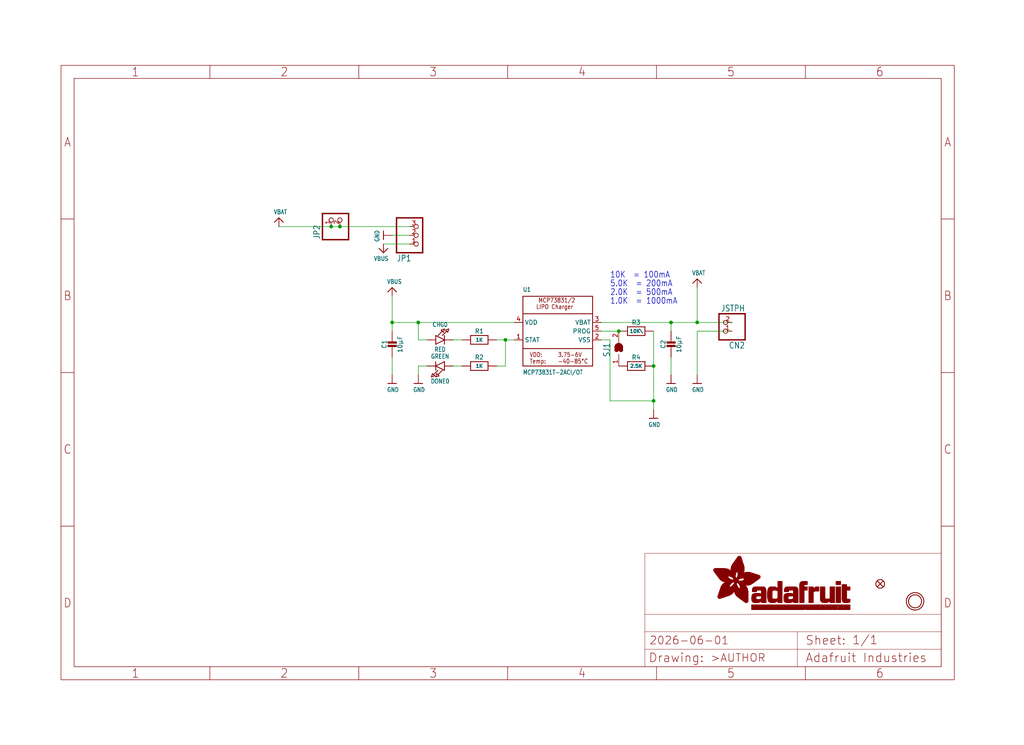
<source format=kicad_sch>
(kicad_sch (version 20230121) (generator eeschema)
  (paper "User" 298.45 217.17)
  (lib_symbols
    (symbol "Adafruit protrinket backpack-eagle-import:CAP_CERAMIC0805-NOOUTLINE"
      (property "Reference" "C" (at -2.29 1.25 90))
      (symbol "CAP_CERAMIC0805-NOOUTLINE_1_0"
        (pin passive line (at 0 5.08 270) (length 2.54) (name "1") (number "1"))
        (pin passive line (at 0 -2.54 90) (length 2.54) (name "2") (number "2"))
      )
    )
    (symbol "Adafruit protrinket backpack-eagle-import:FIDUCIAL{dblquote}{dblquote}")
    (symbol "Adafruit protrinket backpack-eagle-import:FRAME_A4_ADAFRUIT"
      (symbol "FRAME_A4_ADAFRUIT_1_0"
        (text "${#}/${##}" (at 230.505 10.16 0) (effects (font (size 2.54 2.54)) (justify left bottom)))
        (text "${CURRENT_DATE}" (at 171.45 10.16 0) (effects (font (size 2.286 2.286)) (justify left bottom)))
        (text "${PROJECTNAME}" (at 171.45 15.24 0) (effects (font (size 2.54 2.54)) (justify left bottom)))
        (text "1" (at 21.6958 1.905 0) (effects (font (size 2.54 2.286))))
        (text "1" (at 21.6958 177.165 0) (effects (font (size 2.54 2.286))))
        (text "2" (at 65.0875 1.905 0) (effects (font (size 2.54 2.286))))
        (text "2" (at 65.0875 177.165 0) (effects (font (size 2.54 2.286))))
        (text "3" (at 108.4792 1.905 0) (effects (font (size 2.54 2.286))))
        (text "3" (at 108.4792 177.165 0) (effects (font (size 2.54 2.286))))
        (text "4" (at 151.8708 1.905 0) (effects (font (size 2.54 2.286))))
        (text "4" (at 151.8708 177.165 0) (effects (font (size 2.54 2.286))))
        (text "5" (at 195.2625 1.905 0) (effects (font (size 2.54 2.286))))
        (text "5" (at 195.2625 177.165 0) (effects (font (size 2.54 2.286))))
        (text "6" (at 238.6542 1.905 0) (effects (font (size 2.54 2.286))))
        (text "6" (at 238.6542 177.165 0) (effects (font (size 2.54 2.286))))
        (text ">AUTHOR" (at 189.23 5.08 0) (effects (font (size 2.286 2.286)) (justify left bottom)))
        (text "A" (at 1.905 156.6863 0) (effects (font (size 2.54 2.286))))
        (text "A" (at 258.445 156.6863 0) (effects (font (size 2.54 2.286))))
        (text "Adafruit Industries" (at 216.916 4.953 0) (effects (font (size 2.54 2.54)) (justify left bottom)))
        (text "B" (at 1.905 111.9188 0) (effects (font (size 2.54 2.286))))
        (text "B" (at 258.445 111.9188 0) (effects (font (size 2.54 2.286))))
        (text "C" (at 1.905 67.1513 0) (effects (font (size 2.54 2.286))))
        (text "C" (at 258.445 67.1513 0) (effects (font (size 2.54 2.286))))
        (text "D" (at 1.905 22.3838 0) (effects (font (size 2.54 2.286))))
        (text "D" (at 258.445 22.3838 0) (effects (font (size 2.54 2.286))))
        (text "Drawing:" (at 171.196 4.953 0) (effects (font (size 2.54 2.54)) (justify left bottom)))
        (text "Sheet:" (at 216.916 10.033 0) (effects (font (size 2.54 2.54)) (justify left bottom)))
      )
    )
    (symbol "Adafruit protrinket backpack-eagle-import:GND" (power)
      (property "Value" "GND" (at -1.524 -2.54 0))
      (symbol "GND_1_0"
        (pin power_in line (at 0 2.54 270) (length 2.54) (name "GND") (number "1"))
      )
    )
    (symbol "Adafruit protrinket backpack-eagle-import:HEADER-1X2ROUND"
      (property "Reference" "JP" (at -6.35 5.715 0))
      (symbol "HEADER-1X2ROUND_1_0"
        (pin passive inverted (at -2.54 2.54 0) (length 2.54) (name "1") (number "1"))
        (pin passive inverted (at -2.54 0 0) (length 2.54) (name "2") (number "2"))
      )
    )
    (symbol "Adafruit protrinket backpack-eagle-import:HEADER-1X376MIL"
      (property "Reference" "JP" (at -6.35 5.715 0))
      (symbol "HEADER-1X376MIL_1_0"
        (pin passive inverted (at -2.54 2.54 0) (length 2.54) (name "1") (number "1"))
        (pin passive inverted (at -2.54 0 0) (length 2.54) (name "2") (number "2"))
        (pin passive inverted (at -2.54 -2.54 0) (length 2.54) (name "3") (number "3"))
      )
    )
    (symbol "Adafruit protrinket backpack-eagle-import:JST_2PIN"
      (property "Reference" "CN" (at -6.35 5.715 0))
      (symbol "JST_2PIN_1_0"
        (pin passive inverted (at -2.54 2.54 0) (length 2.54) (name "1") (number "1"))
        (pin passive inverted (at -2.54 0 0) (length 2.54) (name "2") (number "2"))
      )
    )
    (symbol "Adafruit protrinket backpack-eagle-import:LED0805_NOOUTLINE"
      (property "Reference" "D" (at -1.27 4.445 0))
      (symbol "LED0805_NOOUTLINE_1_0"
        (pin passive line (at -5.08 0 0) (length 2.54) (name "A") (number "A"))
        (pin passive line (at 2.54 0 180) (length 2.54) (name "C") (number "C"))
      )
    )
    (symbol "Adafruit protrinket backpack-eagle-import:MCP73831/2"
      (property "Reference" "U" (at -10.16 11.43 0))
      (symbol "MCP73831/2_1_0"
        (text "-40-85°C" (at 0 -9.525 0) (effects (font (size 1.27 1.0795)) (justify left bottom)))
        (text "3.75-6V" (at 0 -7.62 0) (effects (font (size 1.27 1.0795)) (justify left bottom)))
        (text "LIPO Charger" (at -6.35 6.35 0) (effects (font (size 1.27 1.0795)) (justify left bottom)))
        (text "MCP73831/2" (at -5.715 8.255 0) (effects (font (size 1.27 1.0795)) (justify left bottom)))
        (text "Temp:" (at -8.255 -9.525 0) (effects (font (size 1.27 1.0795)) (justify left bottom)))
        (text "VDD:" (at -8.255 -7.62 0) (effects (font (size 1.27 1.0795)) (justify left bottom)))
        (pin output line (at -12.7 -2.54 0) (length 2.54) (name "STAT") (number "1"))
        (pin power_in line (at 12.7 -2.54 180) (length 2.54) (name "VSS") (number "2"))
        (pin power_in line (at 12.7 2.54 180) (length 2.54) (name "VBAT") (number "3"))
        (pin power_in line (at -12.7 2.54 0) (length 2.54) (name "VDD") (number "4"))
        (pin input line (at 12.7 0 180) (length 2.54) (name "PROG") (number "5"))
      )
    )
    (symbol "Adafruit protrinket backpack-eagle-import:MOUNTINGHOLE2.5")
    (symbol "Adafruit protrinket backpack-eagle-import:RESISTOR0805_NOOUTLINE"
      (property "Reference" "R" (at 0 2.54 0))
      (symbol "RESISTOR0805_NOOUTLINE_1_0"
        (pin passive line (at -5.08 0 0) (length 2.54) (name "1") (number "1"))
        (pin passive line (at 5.08 0 180) (length 2.54) (name "2") (number "2"))
      )
    )
    (symbol "Adafruit protrinket backpack-eagle-import:RESISTOR_0805MP"
      (property "Reference" "R" (at 0 2.54 0))
      (symbol "RESISTOR_0805MP_1_0"
        (pin passive line (at -5.08 0 0) (length 2.54) (name "1") (number "1"))
        (pin passive line (at 5.08 0 180) (length 2.54) (name "2") (number "2"))
      )
    )
    (symbol "Adafruit protrinket backpack-eagle-import:SOLDERJUMPER"
      (property "Reference" "SJ" (at -2.54 2.54 0))
      (symbol "SOLDERJUMPER_1_0"
        (pin passive line (at -5.08 0 0) (length 2.54) (name "1") (number "1"))
        (pin passive line (at 5.08 0 180) (length 2.54) (name "2") (number "2"))
      )
    )
    (symbol "Adafruit protrinket backpack-eagle-import:VBAT" (power)
      (property "Value" "VBAT" (at -1.524 1.016 0))
      (symbol "VBAT_1_0"
        (pin power_in line (at 0 -2.54 90) (length 2.54) (name "VBAT") (number "1"))
      )
    )
    (symbol "Adafruit protrinket backpack-eagle-import:VBUS" (power)
      (property "Value" "VBUS" (at -1.524 1.016 0))
      (symbol "VBUS_1_0"
        (pin power_in line (at 0 -2.54 90) (length 2.54) (name "VBUS") (number "1"))
      )
    )
  )
  (junction (at 114.3 93.98))
  (junction (at 180.34 96.52))
  (junction (at 96.52 66.04))
  (junction (at 190.5 116.84))
  (junction (at 190.5 106.68))
  (junction (at 121.92 93.98))
  (junction (at 203.2 93.98))
  (junction (at 99.06 66.04))
  (junction (at 195.58 93.98))
  (junction (at 147.32 99.06))
  (wire (pts (xy 114.3 86.36) (xy 114.3 93.98)) (stroke (width 0.1524)))
  (wire (pts (xy 99.06 66.04) (xy 96.52 66.04)) (stroke (width 0.1524)))
  (wire (pts (xy 203.2 93.98) (xy 213.36 93.98)) (stroke (width 0.1524)))
  (wire (pts (xy 177.8 99.06) (xy 177.8 116.84)) (stroke (width 0.1524)))
  (wire (pts (xy 121.92 93.98) (xy 149.86 93.98)) (stroke (width 0.1524)))
  (wire (pts (xy 175.26 99.06) (xy 177.8 99.06)) (stroke (width 0.1524)))
  (wire (pts (xy 114.3 104.14) (xy 114.3 109.22)) (stroke (width 0.1524)))
  (wire (pts (xy 119.38 68.58) (xy 114.3 68.58)) (stroke (width 0.1524)))
  (wire (pts (xy 203.2 96.52) (xy 213.36 96.52)) (stroke (width 0.1524)))
  (wire (pts (xy 195.58 96.52) (xy 195.58 93.98)) (stroke (width 0.1524)))
  (wire (pts (xy 121.92 99.06) (xy 121.92 93.98)) (stroke (width 0.1524)))
  (wire (pts (xy 96.52 66.04) (xy 81.28 66.04)) (stroke (width 0.1524)))
  (wire (pts (xy 177.8 116.84) (xy 190.5 116.84)) (stroke (width 0.1524)))
  (wire (pts (xy 124.46 106.68) (xy 121.92 106.68)) (stroke (width 0.1524)))
  (wire (pts (xy 203.2 96.52) (xy 203.2 109.22)) (stroke (width 0.1524)))
  (wire (pts (xy 114.3 96.52) (xy 114.3 93.98)) (stroke (width 0.1524)))
  (wire (pts (xy 121.92 106.68) (xy 121.92 109.22)) (stroke (width 0.1524)))
  (wire (pts (xy 195.58 93.98) (xy 175.26 93.98)) (stroke (width 0.1524)))
  (wire (pts (xy 195.58 93.98) (xy 203.2 93.98)) (stroke (width 0.1524)))
  (wire (pts (xy 147.32 106.68) (xy 147.32 99.06)) (stroke (width 0.1524)))
  (wire (pts (xy 175.26 96.52) (xy 180.34 96.52)) (stroke (width 0.1524)))
  (wire (pts (xy 203.2 83.82) (xy 203.2 93.98)) (stroke (width 0.1524)))
  (wire (pts (xy 195.58 104.14) (xy 195.58 109.22)) (stroke (width 0.1524)))
  (wire (pts (xy 144.78 106.68) (xy 147.32 106.68)) (stroke (width 0.1524)))
  (wire (pts (xy 190.5 96.52) (xy 190.5 106.68)) (stroke (width 0.1524)))
  (wire (pts (xy 134.62 106.68) (xy 132.08 106.68)) (stroke (width 0.1524)))
  (wire (pts (xy 124.46 99.06) (xy 121.92 99.06)) (stroke (width 0.1524)))
  (wire (pts (xy 147.32 99.06) (xy 149.86 99.06)) (stroke (width 0.1524)))
  (wire (pts (xy 190.5 116.84) (xy 190.5 119.38)) (stroke (width 0.1524)))
  (wire (pts (xy 114.3 93.98) (xy 121.92 93.98)) (stroke (width 0.1524)))
  (wire (pts (xy 132.08 99.06) (xy 134.62 99.06)) (stroke (width 0.1524)))
  (wire (pts (xy 111.76 71.12) (xy 119.38 71.12)) (stroke (width 0.1524)))
  (wire (pts (xy 190.5 106.68) (xy 190.5 116.84)) (stroke (width 0.1524)))
  (wire (pts (xy 99.06 66.04) (xy 119.38 66.04)) (stroke (width 0.1524)))
  (wire (pts (xy 144.78 99.06) (xy 147.32 99.06)) (stroke (width 0.1524)))
  (text "10K  = 100mA" (at 177.8 81.28 0) (effects (font (size 1.778 1.5113)) (justify left bottom)))
  (text "5.0K  = 200mA" (at 177.8 83.82 0) (effects (font (size 1.778 1.5113)) (justify left bottom)))
  (text "2.0K  = 500mA" (at 177.8 86.36 0) (effects (font (size 1.778 1.5113)) (justify left bottom)))
  (text "1.0K  = 1000mA" (at 177.8 88.9 0) (effects (font (size 1.778 1.5113)) (justify left bottom)))
  (symbol (lib_id "Adafruit protrinket backpack-eagle-import:LED0805_NOOUTLINE") (at 127 106.68 180) (unit 1)
    (property "Reference" "DONE0" (at 128.27 111.125 0) (effects (font (size 1.27 1.0795))))
    (property "Value" "GREEN" (at 128.27 103.886 0) (effects (font (size 1.27 1.0795))))
    (property "Footprint" "Adafruit protrinket backpack:CHIPLED_0805_NOOUTLINE" (effects hide))
  )
  (symbol (lib_id "Adafruit protrinket backpack-eagle-import:FRAME_A4_ADAFRUIT") (at 17.78 198.12 0) (unit 1)
    (property "Reference" "#U$1" (effects hide))
    (property "Value" "FRAME_A4_ADAFRUIT" (effects hide))
  )
  (symbol (lib_id "Adafruit protrinket backpack-eagle-import:GND") (at 111.76 68.58 270) (unit 1)
    (property "Reference" "#U$16" (effects hide))
    (property "Value" "GND" (at 109.22 67.056 0) (effects (font (size 1.27 1.0795)) (justify left bottom)))
  )
  (symbol (lib_id "Adafruit protrinket backpack-eagle-import:GND") (at 203.2 111.76 0) (unit 1)
    (property "Reference" "#U$4" (effects hide))
    (property "Value" "GND" (at 201.676 114.3 0) (effects (font (size 1.27 1.0795)) (justify left bottom)))
  )
  (symbol (lib_id "Adafruit protrinket backpack-eagle-import:HEADER-1X376MIL") (at 121.92 68.58 0) (mirror x) (unit 1)
    (property "Reference" "JP1" (at 115.57 74.295 0) (effects (font (size 1.778 1.5113)) (justify left bottom)))
    (property "Value" "HEADER-1X376MIL" (effects hide))
    (property "Footprint" "Adafruit protrinket backpack:1X03_ROUND_76" (effects hide))
  )
  (symbol (lib_id "Adafruit protrinket backpack-eagle-import:MOUNTINGHOLE2.5") (at 266.7 175.26 0) (unit 1)
    (property "Reference" "U$10" (effects hide))
    (property "Value" "MOUNTINGHOLE2.5" (effects hide))
    (property "Footprint" "Adafruit protrinket backpack:MOUNTINGHOLE_2.5_PLATED" (effects hide))
  )
  (symbol (lib_id "Adafruit protrinket backpack-eagle-import:GND") (at 195.58 111.76 0) (unit 1)
    (property "Reference" "#U$5" (effects hide))
    (property "Value" "GND" (at 194.056 114.3 0) (effects (font (size 1.27 1.0795)) (justify left bottom)))
  )
  (symbol (lib_id "Adafruit protrinket backpack-eagle-import:VBAT") (at 203.2 81.28 0) (unit 1)
    (property "Reference" "#U$8" (effects hide))
    (property "Value" "VBAT" (at 201.676 80.264 0) (effects (font (size 1.27 1.0795)) (justify left bottom)))
  )
  (symbol (lib_id "Adafruit protrinket backpack-eagle-import:VBAT") (at 81.28 63.5 0) (unit 1)
    (property "Reference" "#U$14" (effects hide))
    (property "Value" "VBAT" (at 79.756 62.484 0) (effects (font (size 1.27 1.0795)) (justify left bottom)))
  )
  (symbol (lib_id "Adafruit protrinket backpack-eagle-import:MCP73831/2") (at 162.56 96.52 0) (unit 1)
    (property "Reference" "U1" (at 152.4 85.09 0) (effects (font (size 1.27 1.0795)) (justify left bottom)))
    (property "Value" "MCP73831T-2ACI/OT" (at 152.4 109.22 0) (effects (font (size 1.27 1.0795)) (justify left bottom)))
    (property "Footprint" "Adafruit protrinket backpack:SOT23-5" (effects hide))
  )
  (symbol (lib_id "Adafruit protrinket backpack-eagle-import:RESISTOR0805_NOOUTLINE") (at 139.7 99.06 0) (unit 1)
    (property "Reference" "R1" (at 139.7 96.52 0))
    (property "Value" "1K" (at 139.7 99.06 0) (effects (font (size 1.016 1.016) bold)))
    (property "Footprint" "Adafruit protrinket backpack:0805-NO" (effects hide))
  )
  (symbol (lib_id "Adafruit protrinket backpack-eagle-import:FIDUCIAL{dblquote}{dblquote}") (at 256.54 170.18 0) (unit 1)
    (property "Reference" "FID1" (effects hide))
    (property "Value" "FIDUCIAL{dblquote}{dblquote}" (effects hide))
    (property "Footprint" "Adafruit protrinket backpack:FIDUCIAL_1MM" (effects hide))
  )
  (symbol (lib_id "Adafruit protrinket backpack-eagle-import:JST_2PIN") (at 210.82 93.98 180) (unit 1)
    (property "Reference" "CN2" (at 217.17 99.695 0) (effects (font (size 1.778 1.5113)) (justify left bottom)))
    (property "Value" "JSTPH" (at 217.17 88.9 0) (effects (font (size 1.778 1.5113)) (justify left bottom)))
    (property "Footprint" "Adafruit protrinket backpack:JSTPH2" (effects hide))
  )
  (symbol (lib_id "Adafruit protrinket backpack-eagle-import:CAP_CERAMIC0805-NOOUTLINE") (at 195.58 101.6 0) (unit 1)
    (property "Reference" "C2" (at 193.29 100.35 90))
    (property "Value" "10µF" (at 197.88 100.35 90))
    (property "Footprint" "Adafruit protrinket backpack:0805-NO" (effects hide))
  )
  (symbol (lib_id "Adafruit protrinket backpack-eagle-import:RESISTOR0805_NOOUTLINE") (at 139.7 106.68 0) (unit 1)
    (property "Reference" "R2" (at 139.7 104.14 0))
    (property "Value" "1K" (at 139.7 106.68 0) (effects (font (size 1.016 1.016) bold)))
    (property "Footprint" "Adafruit protrinket backpack:0805-NO" (effects hide))
  )
  (symbol (lib_id "Adafruit protrinket backpack-eagle-import:CAP_CERAMIC0805-NOOUTLINE") (at 114.3 101.6 0) (unit 1)
    (property "Reference" "C1" (at 112.01 100.35 90))
    (property "Value" "10µF" (at 116.6 100.35 90))
    (property "Footprint" "Adafruit protrinket backpack:0805-NO" (effects hide))
  )
  (symbol (lib_id "Adafruit protrinket backpack-eagle-import:VBUS") (at 111.76 73.66 180) (unit 1)
    (property "Reference" "#U$15" (effects hide))
    (property "Value" "VBUS" (at 113.284 74.676 0) (effects (font (size 1.27 1.0795)) (justify left bottom)))
  )
  (symbol (lib_id "Adafruit protrinket backpack-eagle-import:VBUS") (at 114.3 83.82 0) (unit 1)
    (property "Reference" "#U$2" (effects hide))
    (property "Value" "VBUS" (at 112.776 82.804 0) (effects (font (size 1.27 1.0795)) (justify left bottom)))
  )
  (symbol (lib_id "Adafruit protrinket backpack-eagle-import:SOLDERJUMPER") (at 180.34 101.6 90) (unit 1)
    (property "Reference" "SJ1" (at 177.8 104.14 0) (effects (font (size 1.778 1.5113)) (justify left bottom)))
    (property "Value" "SOLDERJUMPER" (effects hide))
    (property "Footprint" "Adafruit protrinket backpack:SOLDERJUMPER_ARROW_NOPASTE" (effects hide))
  )
  (symbol (lib_id "Adafruit protrinket backpack-eagle-import:LED0805_NOOUTLINE") (at 129.54 99.06 0) (unit 1)
    (property "Reference" "CHG0" (at 128.27 94.615 0) (effects (font (size 1.27 1.0795))))
    (property "Value" "RED" (at 128.27 101.854 0) (effects (font (size 1.27 1.0795))))
    (property "Footprint" "Adafruit protrinket backpack:CHIPLED_0805_NOOUTLINE" (effects hide))
  )
  (symbol (lib_id "Adafruit protrinket backpack-eagle-import:RESISTOR0805_NOOUTLINE") (at 185.42 106.68 0) (unit 1)
    (property "Reference" "R4" (at 185.42 104.14 0))
    (property "Value" "2.5K" (at 185.42 106.68 0) (effects (font (size 1.016 1.016) bold)))
    (property "Footprint" "Adafruit protrinket backpack:0805-NO" (effects hide))
  )
  (symbol (lib_id "Adafruit protrinket backpack-eagle-import:GND") (at 121.92 111.76 0) (unit 1)
    (property "Reference" "#U$7" (effects hide))
    (property "Value" "GND" (at 120.396 114.3 0) (effects (font (size 1.27 1.0795)) (justify left bottom)))
  )
  (symbol (lib_id "Adafruit protrinket backpack-eagle-import:GND") (at 190.5 121.92 0) (unit 1)
    (property "Reference" "#U$6" (effects hide))
    (property "Value" "GND" (at 188.976 124.46 0) (effects (font (size 1.27 1.0795)) (justify left bottom)))
  )
  (symbol (lib_id "Adafruit protrinket backpack-eagle-import:GND") (at 114.3 111.76 0) (unit 1)
    (property "Reference" "#U$3" (effects hide))
    (property "Value" "GND" (at 112.776 114.3 0) (effects (font (size 1.27 1.0795)) (justify left bottom)))
  )
  (symbol (lib_id "Adafruit protrinket backpack-eagle-import:HEADER-1X2ROUND") (at 99.06 63.5 90) (unit 1)
    (property "Reference" "JP2" (at 93.345 69.85 0) (effects (font (size 1.778 1.5113)) (justify left bottom)))
    (property "Value" "HEADER-1X2ROUND" (effects hide))
    (property "Footprint" "Adafruit protrinket backpack:1X02_ROUND" (effects hide))
  )
  (symbol (lib_id "Adafruit protrinket backpack-eagle-import:RESISTOR_0805MP") (at 185.42 96.52 0) (unit 1)
    (property "Reference" "R3" (at 185.42 93.98 0))
    (property "Value" "10K\\" (at 185.42 96.52 0) (effects (font (size 1.016 1.016) bold)))
    (property "Footprint" "Adafruit protrinket backpack:_0805MP" (effects hide))
  )
)
</source>
